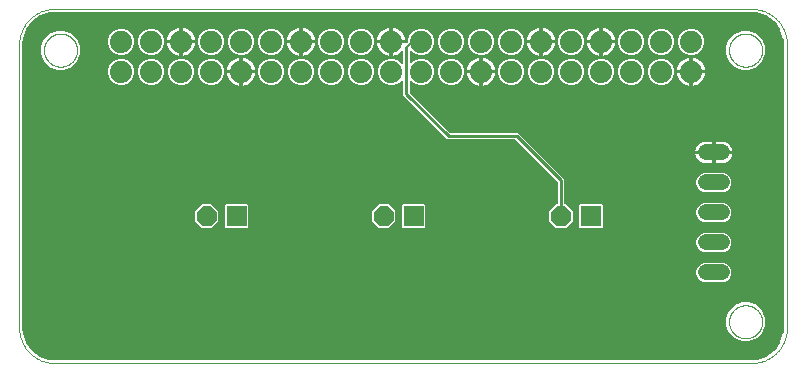
<source format=gbl>
G04 EAGLE Gerber RS-274X export*
G75*
%MOMM*%
%FSLAX34Y34*%
%LPD*%
%INBottom copper*%
%IPPOS*%
%AMOC8*
5,1,8,0,0,1.08239X$1,22.5*%
G01*
%ADD10C,0.000000*%
%ADD11R,1.676400X1.676400*%
%ADD12P,1.814519X8X22.500000*%
%ADD13C,1.320800*%
%ADD14C,1.879600*%
%ADD15C,0.254000*%
%ADD16C,0.203200*%

G36*
X623712Y2956D02*
X623712Y2956D01*
X623750Y2954D01*
X627927Y3283D01*
X627932Y3285D01*
X627938Y3284D01*
X628102Y3318D01*
X636046Y5899D01*
X636078Y5916D01*
X636113Y5924D01*
X636258Y6007D01*
X643016Y10917D01*
X643041Y10943D01*
X643072Y10962D01*
X643185Y11086D01*
X648094Y17843D01*
X648110Y17875D01*
X648133Y17903D01*
X648202Y18055D01*
X650784Y26000D01*
X650785Y26005D01*
X650787Y26010D01*
X650819Y26175D01*
X651147Y30352D01*
X651145Y30374D01*
X651150Y30411D01*
X651150Y270363D01*
X651146Y270384D01*
X651147Y270422D01*
X650819Y274599D01*
X650817Y274604D01*
X650818Y274610D01*
X650784Y274774D01*
X648202Y282718D01*
X648186Y282750D01*
X648177Y282785D01*
X648094Y282931D01*
X643185Y289688D01*
X643159Y289714D01*
X643140Y289744D01*
X643016Y289857D01*
X636258Y294767D01*
X636227Y294783D01*
X636199Y294806D01*
X636046Y294875D01*
X628102Y297456D01*
X628096Y297457D01*
X628091Y297459D01*
X627927Y297491D01*
X623750Y297820D01*
X623728Y297818D01*
X623690Y297822D01*
X33690Y297822D01*
X33669Y297818D01*
X33631Y297820D01*
X29454Y297491D01*
X29449Y297489D01*
X29443Y297490D01*
X29279Y297456D01*
X21334Y294875D01*
X21303Y294858D01*
X21268Y294850D01*
X21122Y294767D01*
X14365Y289857D01*
X14339Y289831D01*
X14309Y289812D01*
X14196Y289688D01*
X9286Y282931D01*
X9270Y282899D01*
X9247Y282871D01*
X9178Y282718D01*
X6597Y274774D01*
X6596Y274769D01*
X6594Y274764D01*
X6562Y274599D01*
X6233Y270422D01*
X6235Y270400D01*
X6231Y270363D01*
X6231Y30411D01*
X6235Y30390D01*
X6233Y30352D01*
X6562Y26175D01*
X6564Y26170D01*
X6563Y26164D01*
X6597Y26000D01*
X9178Y18055D01*
X9195Y18024D01*
X9203Y17989D01*
X9286Y17843D01*
X14196Y11086D01*
X14222Y11060D01*
X14241Y11030D01*
X14365Y10917D01*
X21122Y6007D01*
X21154Y5991D01*
X21182Y5968D01*
X21334Y5899D01*
X29279Y3318D01*
X29284Y3317D01*
X29289Y3315D01*
X29454Y3283D01*
X33631Y2954D01*
X33653Y2956D01*
X33690Y2952D01*
X623690Y2952D01*
X623712Y2956D01*
G37*
%LPC*%
G36*
X458196Y115093D02*
X458196Y115093D01*
X452393Y120896D01*
X452393Y129104D01*
X458196Y134907D01*
X458744Y134907D01*
X458764Y134910D01*
X458783Y134908D01*
X458885Y134930D01*
X458987Y134946D01*
X459004Y134956D01*
X459024Y134960D01*
X459113Y135013D01*
X459204Y135062D01*
X459218Y135076D01*
X459235Y135086D01*
X459302Y135165D01*
X459374Y135240D01*
X459382Y135258D01*
X459395Y135273D01*
X459434Y135369D01*
X459477Y135463D01*
X459479Y135483D01*
X459487Y135501D01*
X459505Y135668D01*
X459505Y153801D01*
X459491Y153891D01*
X459483Y153982D01*
X459471Y154011D01*
X459466Y154043D01*
X459423Y154124D01*
X459387Y154208D01*
X459361Y154240D01*
X459350Y154261D01*
X459327Y154283D01*
X459282Y154339D01*
X423986Y189635D01*
X423912Y189689D01*
X423842Y189748D01*
X423812Y189760D01*
X423786Y189779D01*
X423699Y189806D01*
X423614Y189840D01*
X423573Y189844D01*
X423551Y189851D01*
X423519Y189851D01*
X423447Y189858D01*
X366204Y189858D01*
X328677Y227385D01*
X328677Y239892D01*
X328665Y239963D01*
X328664Y240035D01*
X328646Y240084D01*
X328637Y240135D01*
X328604Y240198D01*
X328579Y240266D01*
X328547Y240306D01*
X328522Y240352D01*
X328470Y240402D01*
X328425Y240458D01*
X328382Y240486D01*
X328344Y240522D01*
X328279Y240552D01*
X328219Y240591D01*
X328168Y240603D01*
X328121Y240625D01*
X328050Y240633D01*
X327980Y240651D01*
X327928Y240647D01*
X327876Y240652D01*
X327806Y240637D01*
X327735Y240632D01*
X327687Y240611D01*
X327636Y240600D01*
X327574Y240563D01*
X327508Y240535D01*
X327452Y240490D01*
X327425Y240474D01*
X327410Y240456D01*
X327378Y240430D01*
X324866Y237919D01*
X320852Y236256D01*
X316506Y236256D01*
X312492Y237919D01*
X309419Y240992D01*
X307756Y245006D01*
X307756Y249351D01*
X309419Y253366D01*
X312492Y256439D01*
X316506Y258102D01*
X320852Y258102D01*
X324866Y256439D01*
X327378Y253927D01*
X327436Y253885D01*
X327488Y253836D01*
X327535Y253814D01*
X327577Y253784D01*
X327646Y253763D01*
X327711Y253732D01*
X327763Y253727D01*
X327812Y253711D01*
X327884Y253713D01*
X327955Y253705D01*
X328006Y253716D01*
X328058Y253718D01*
X328126Y253742D01*
X328196Y253758D01*
X328240Y253784D01*
X328289Y253802D01*
X328345Y253847D01*
X328407Y253884D01*
X328441Y253923D01*
X328481Y253956D01*
X328520Y254016D01*
X328567Y254071D01*
X328586Y254119D01*
X328614Y254163D01*
X328632Y254232D01*
X328659Y254299D01*
X328666Y254370D01*
X328674Y254401D01*
X328673Y254425D01*
X328677Y254465D01*
X328677Y263855D01*
X328665Y263926D01*
X328664Y263998D01*
X328646Y264047D01*
X328637Y264098D01*
X328604Y264161D01*
X328579Y264229D01*
X328547Y264269D01*
X328522Y264315D01*
X328470Y264365D01*
X328425Y264421D01*
X328382Y264449D01*
X328344Y264485D01*
X328279Y264515D01*
X328219Y264554D01*
X328168Y264566D01*
X328121Y264588D01*
X328050Y264596D01*
X327980Y264614D01*
X327928Y264610D01*
X327876Y264616D01*
X327806Y264600D01*
X327735Y264595D01*
X327687Y264574D01*
X327636Y264563D01*
X327574Y264526D01*
X327508Y264498D01*
X327452Y264454D01*
X327425Y264437D01*
X327410Y264419D01*
X327378Y264394D01*
X326457Y263473D01*
X324936Y262368D01*
X323262Y261515D01*
X321474Y260934D01*
X320202Y260733D01*
X320202Y271056D01*
X331139Y271056D01*
X331229Y271070D01*
X331320Y271077D01*
X331350Y271090D01*
X331382Y271095D01*
X331463Y271138D01*
X331546Y271174D01*
X331579Y271199D01*
X331599Y271210D01*
X331621Y271234D01*
X331677Y271279D01*
X332933Y272534D01*
X332986Y272608D01*
X333046Y272678D01*
X333058Y272708D01*
X333077Y272734D01*
X333103Y272821D01*
X333138Y272906D01*
X333142Y272947D01*
X333149Y272969D01*
X333148Y273001D01*
X333156Y273073D01*
X333156Y274751D01*
X334819Y278766D01*
X337892Y281839D01*
X341906Y283502D01*
X346252Y283502D01*
X350266Y281839D01*
X353339Y278766D01*
X355002Y274751D01*
X355002Y270406D01*
X353339Y266392D01*
X350266Y263319D01*
X346252Y261656D01*
X341906Y261656D01*
X337892Y263319D01*
X335566Y265645D01*
X335508Y265686D01*
X335456Y265736D01*
X335409Y265758D01*
X335366Y265788D01*
X335298Y265809D01*
X335233Y265839D01*
X335181Y265845D01*
X335131Y265860D01*
X335059Y265859D01*
X334988Y265866D01*
X334937Y265855D01*
X334885Y265854D01*
X334818Y265829D01*
X334748Y265814D01*
X334703Y265788D01*
X334654Y265770D01*
X334598Y265725D01*
X334537Y265688D01*
X334503Y265648D01*
X334462Y265616D01*
X334424Y265556D01*
X334377Y265501D01*
X334357Y265453D01*
X334329Y265409D01*
X334312Y265340D01*
X334285Y265273D01*
X334277Y265202D01*
X334269Y265170D01*
X334271Y265147D01*
X334267Y265106D01*
X334267Y254651D01*
X334278Y254581D01*
X334280Y254509D01*
X334298Y254460D01*
X334306Y254409D01*
X334340Y254345D01*
X334364Y254278D01*
X334397Y254237D01*
X334421Y254191D01*
X334473Y254142D01*
X334518Y254086D01*
X334562Y254058D01*
X334600Y254022D01*
X334665Y253992D01*
X334725Y253953D01*
X334776Y253940D01*
X334823Y253918D01*
X334894Y253910D01*
X334964Y253893D01*
X335015Y253897D01*
X335067Y253891D01*
X335137Y253906D01*
X335209Y253912D01*
X335257Y253932D01*
X335308Y253943D01*
X335369Y253980D01*
X335435Y254008D01*
X335491Y254053D01*
X335519Y254070D01*
X335534Y254087D01*
X335566Y254113D01*
X337892Y256439D01*
X341906Y258102D01*
X346252Y258102D01*
X350266Y256439D01*
X353339Y253366D01*
X355002Y249351D01*
X355002Y245006D01*
X353339Y240992D01*
X350266Y237919D01*
X346252Y236256D01*
X341906Y236256D01*
X337892Y237919D01*
X335566Y240245D01*
X335508Y240286D01*
X335456Y240336D01*
X335436Y240345D01*
X335428Y240352D01*
X335403Y240362D01*
X335366Y240388D01*
X335298Y240409D01*
X335233Y240439D01*
X335202Y240443D01*
X335200Y240444D01*
X335178Y240446D01*
X335131Y240460D01*
X335064Y240459D01*
X335033Y240462D01*
X335028Y240462D01*
X334988Y240466D01*
X334937Y240455D01*
X334885Y240454D01*
X334818Y240429D01*
X334786Y240423D01*
X334785Y240422D01*
X334748Y240414D01*
X334703Y240388D01*
X334654Y240370D01*
X334598Y240325D01*
X334580Y240314D01*
X334568Y240307D01*
X334566Y240305D01*
X334537Y240288D01*
X334503Y240248D01*
X334462Y240216D01*
X334424Y240156D01*
X334423Y240155D01*
X334398Y240129D01*
X334395Y240123D01*
X334377Y240101D01*
X334357Y240053D01*
X334329Y240009D01*
X334314Y239947D01*
X334295Y239906D01*
X334293Y239894D01*
X334285Y239873D01*
X334277Y239802D01*
X334269Y239770D01*
X334271Y239747D01*
X334267Y239706D01*
X334267Y230016D01*
X334281Y229926D01*
X334288Y229835D01*
X334301Y229805D01*
X334306Y229773D01*
X334349Y229692D01*
X334385Y229608D01*
X334410Y229576D01*
X334421Y229556D01*
X334445Y229533D01*
X334489Y229478D01*
X368296Y195671D01*
X368370Y195618D01*
X368440Y195558D01*
X368470Y195546D01*
X368496Y195527D01*
X368583Y195501D01*
X368668Y195466D01*
X368709Y195462D01*
X368731Y195455D01*
X368763Y195456D01*
X368834Y195448D01*
X426078Y195448D01*
X465095Y156431D01*
X465095Y135668D01*
X465098Y135648D01*
X465096Y135629D01*
X465118Y135527D01*
X465134Y135425D01*
X465144Y135408D01*
X465148Y135388D01*
X465201Y135299D01*
X465250Y135208D01*
X465264Y135194D01*
X465274Y135177D01*
X465353Y135110D01*
X465428Y135038D01*
X465446Y135030D01*
X465461Y135017D01*
X465557Y134978D01*
X465651Y134935D01*
X465671Y134933D01*
X465689Y134925D01*
X465856Y134907D01*
X466404Y134907D01*
X472207Y129104D01*
X472207Y120896D01*
X466404Y115093D01*
X458196Y115093D01*
G37*
%LPD*%
%LPC*%
G36*
X615400Y248822D02*
X615400Y248822D01*
X609321Y251340D01*
X604668Y255993D01*
X602150Y262072D01*
X602150Y268653D01*
X604668Y274732D01*
X609321Y279385D01*
X615400Y281903D01*
X621981Y281903D01*
X628060Y279385D01*
X632713Y274732D01*
X635231Y268653D01*
X635231Y262072D01*
X632713Y255993D01*
X628060Y251340D01*
X621981Y248822D01*
X615400Y248822D01*
G37*
%LPD*%
%LPC*%
G36*
X35400Y248822D02*
X35400Y248822D01*
X29321Y251340D01*
X24668Y255993D01*
X22150Y262072D01*
X22150Y268653D01*
X24668Y274732D01*
X29321Y279385D01*
X35400Y281903D01*
X41981Y281903D01*
X48060Y279385D01*
X52713Y274732D01*
X55231Y268653D01*
X55231Y262072D01*
X52713Y255993D01*
X48060Y251340D01*
X41981Y248822D01*
X35400Y248822D01*
G37*
%LPD*%
%LPC*%
G36*
X615400Y18871D02*
X615400Y18871D01*
X609321Y21389D01*
X604668Y26042D01*
X602150Y32121D01*
X602150Y38702D01*
X604668Y44781D01*
X609321Y49434D01*
X615400Y51952D01*
X621981Y51952D01*
X628060Y49434D01*
X632713Y44781D01*
X635231Y38702D01*
X635231Y32121D01*
X632713Y26042D01*
X628060Y21389D01*
X621981Y18871D01*
X615400Y18871D01*
G37*
%LPD*%
%LPC*%
G36*
X583620Y119855D02*
X583620Y119855D01*
X580633Y121093D01*
X578346Y123379D01*
X577109Y126367D01*
X577109Y129601D01*
X578346Y132589D01*
X580633Y134875D01*
X583620Y136113D01*
X600062Y136113D01*
X603050Y134875D01*
X605337Y132589D01*
X606574Y129601D01*
X606574Y126367D01*
X605337Y123379D01*
X603050Y121093D01*
X600062Y119855D01*
X583620Y119855D01*
G37*
%LPD*%
%LPC*%
G36*
X583620Y145255D02*
X583620Y145255D01*
X580633Y146493D01*
X578346Y148779D01*
X577109Y151767D01*
X577109Y155001D01*
X578346Y157989D01*
X580633Y160275D01*
X583620Y161513D01*
X600062Y161513D01*
X603050Y160275D01*
X605337Y157989D01*
X606574Y155001D01*
X606574Y151767D01*
X605337Y148779D01*
X603050Y146493D01*
X600062Y145255D01*
X583620Y145255D01*
G37*
%LPD*%
%LPC*%
G36*
X583620Y94455D02*
X583620Y94455D01*
X580633Y95693D01*
X578346Y97979D01*
X577109Y100967D01*
X577109Y104201D01*
X578346Y107189D01*
X580633Y109475D01*
X583620Y110713D01*
X600062Y110713D01*
X603050Y109475D01*
X605337Y107189D01*
X606574Y104201D01*
X606574Y100967D01*
X605337Y97979D01*
X603050Y95693D01*
X600062Y94455D01*
X583620Y94455D01*
G37*
%LPD*%
%LPC*%
G36*
X583620Y69055D02*
X583620Y69055D01*
X580633Y70293D01*
X578346Y72579D01*
X577109Y75567D01*
X577109Y78801D01*
X578346Y81789D01*
X580633Y84075D01*
X583620Y85313D01*
X600062Y85313D01*
X603050Y84075D01*
X605337Y81789D01*
X606574Y78801D01*
X606574Y75567D01*
X605337Y72579D01*
X603050Y70293D01*
X600062Y69055D01*
X583620Y69055D01*
G37*
%LPD*%
%LPC*%
G36*
X178686Y115093D02*
X178686Y115093D01*
X177793Y115986D01*
X177793Y134014D01*
X178686Y134907D01*
X196714Y134907D01*
X197607Y134014D01*
X197607Y115986D01*
X196714Y115093D01*
X178686Y115093D01*
G37*
%LPD*%
%LPC*%
G36*
X328686Y115093D02*
X328686Y115093D01*
X327793Y115986D01*
X327793Y134014D01*
X328686Y134907D01*
X346714Y134907D01*
X347607Y134014D01*
X347607Y115986D01*
X346714Y115093D01*
X328686Y115093D01*
G37*
%LPD*%
%LPC*%
G36*
X478686Y115093D02*
X478686Y115093D01*
X477793Y115986D01*
X477793Y134014D01*
X478686Y134907D01*
X496714Y134907D01*
X497607Y134014D01*
X497607Y115986D01*
X496714Y115093D01*
X478686Y115093D01*
G37*
%LPD*%
%LPC*%
G36*
X418106Y236256D02*
X418106Y236256D01*
X414092Y237919D01*
X411019Y240992D01*
X409356Y245006D01*
X409356Y249351D01*
X411019Y253366D01*
X414092Y256439D01*
X418106Y258102D01*
X422452Y258102D01*
X426466Y256439D01*
X429539Y253366D01*
X431202Y249351D01*
X431202Y245006D01*
X429539Y240992D01*
X426466Y237919D01*
X422452Y236256D01*
X418106Y236256D01*
G37*
%LPD*%
%LPC*%
G36*
X468906Y236256D02*
X468906Y236256D01*
X464892Y237919D01*
X461819Y240992D01*
X460156Y245006D01*
X460156Y249351D01*
X461819Y253366D01*
X464892Y256439D01*
X468906Y258102D01*
X473252Y258102D01*
X477266Y256439D01*
X480339Y253366D01*
X482002Y249351D01*
X482002Y245006D01*
X480339Y240992D01*
X477266Y237919D01*
X473252Y236256D01*
X468906Y236256D01*
G37*
%LPD*%
%LPC*%
G36*
X87906Y236256D02*
X87906Y236256D01*
X83892Y237919D01*
X80819Y240992D01*
X79156Y245006D01*
X79156Y249351D01*
X80819Y253366D01*
X83892Y256439D01*
X87906Y258102D01*
X92252Y258102D01*
X96266Y256439D01*
X99339Y253366D01*
X101002Y249351D01*
X101002Y245006D01*
X99339Y240992D01*
X96266Y237919D01*
X92252Y236256D01*
X87906Y236256D01*
G37*
%LPD*%
%LPC*%
G36*
X113306Y236256D02*
X113306Y236256D01*
X109292Y237919D01*
X106219Y240992D01*
X104556Y245006D01*
X104556Y249351D01*
X106219Y253366D01*
X109292Y256439D01*
X113306Y258102D01*
X117652Y258102D01*
X121666Y256439D01*
X124739Y253366D01*
X126402Y249351D01*
X126402Y245006D01*
X124739Y240992D01*
X121666Y237919D01*
X117652Y236256D01*
X113306Y236256D01*
G37*
%LPD*%
%LPC*%
G36*
X138706Y236256D02*
X138706Y236256D01*
X134692Y237919D01*
X131619Y240992D01*
X129956Y245006D01*
X129956Y249351D01*
X131619Y253366D01*
X134692Y256439D01*
X138706Y258102D01*
X143052Y258102D01*
X147066Y256439D01*
X150139Y253366D01*
X151802Y249351D01*
X151802Y245006D01*
X150139Y240992D01*
X147066Y237919D01*
X143052Y236256D01*
X138706Y236256D01*
G37*
%LPD*%
%LPC*%
G36*
X214906Y236256D02*
X214906Y236256D01*
X210892Y237919D01*
X207819Y240992D01*
X206156Y245006D01*
X206156Y249351D01*
X207819Y253366D01*
X210892Y256439D01*
X214906Y258102D01*
X219252Y258102D01*
X223266Y256439D01*
X226339Y253366D01*
X228002Y249351D01*
X228002Y245006D01*
X226339Y240992D01*
X223266Y237919D01*
X219252Y236256D01*
X214906Y236256D01*
G37*
%LPD*%
%LPC*%
G36*
X240306Y236256D02*
X240306Y236256D01*
X236292Y237919D01*
X233219Y240992D01*
X231556Y245006D01*
X231556Y249351D01*
X233219Y253366D01*
X236292Y256439D01*
X240306Y258102D01*
X244652Y258102D01*
X248666Y256439D01*
X251739Y253366D01*
X253402Y249351D01*
X253402Y245006D01*
X251739Y240992D01*
X248666Y237919D01*
X244652Y236256D01*
X240306Y236256D01*
G37*
%LPD*%
%LPC*%
G36*
X291106Y236256D02*
X291106Y236256D01*
X287092Y237919D01*
X284019Y240992D01*
X282356Y245006D01*
X282356Y249351D01*
X284019Y253366D01*
X287092Y256439D01*
X291106Y258102D01*
X295452Y258102D01*
X299466Y256439D01*
X302539Y253366D01*
X304202Y249351D01*
X304202Y245006D01*
X302539Y240992D01*
X299466Y237919D01*
X295452Y236256D01*
X291106Y236256D01*
G37*
%LPD*%
%LPC*%
G36*
X367306Y236256D02*
X367306Y236256D01*
X363292Y237919D01*
X360219Y240992D01*
X358556Y245006D01*
X358556Y249351D01*
X360219Y253366D01*
X363292Y256439D01*
X367306Y258102D01*
X371652Y258102D01*
X375666Y256439D01*
X378739Y253366D01*
X380402Y249351D01*
X380402Y245006D01*
X378739Y240992D01*
X375666Y237919D01*
X371652Y236256D01*
X367306Y236256D01*
G37*
%LPD*%
%LPC*%
G36*
X164106Y236256D02*
X164106Y236256D01*
X160092Y237919D01*
X157019Y240992D01*
X155356Y245006D01*
X155356Y249351D01*
X157019Y253366D01*
X160092Y256439D01*
X164106Y258102D01*
X168452Y258102D01*
X172466Y256439D01*
X175539Y253366D01*
X177202Y249351D01*
X177202Y245006D01*
X175539Y240992D01*
X172466Y237919D01*
X168452Y236256D01*
X164106Y236256D01*
G37*
%LPD*%
%LPC*%
G36*
X265706Y236256D02*
X265706Y236256D01*
X261692Y237919D01*
X258619Y240992D01*
X256956Y245006D01*
X256956Y249351D01*
X258619Y253366D01*
X261692Y256439D01*
X265706Y258102D01*
X270052Y258102D01*
X274066Y256439D01*
X277139Y253366D01*
X278802Y249351D01*
X278802Y245006D01*
X277139Y240992D01*
X274066Y237919D01*
X270052Y236256D01*
X265706Y236256D01*
G37*
%LPD*%
%LPC*%
G36*
X494306Y236256D02*
X494306Y236256D01*
X490292Y237919D01*
X487219Y240992D01*
X485556Y245006D01*
X485556Y249351D01*
X487219Y253366D01*
X490292Y256439D01*
X494306Y258102D01*
X498652Y258102D01*
X502666Y256439D01*
X505739Y253366D01*
X507402Y249351D01*
X507402Y245006D01*
X505739Y240992D01*
X502666Y237919D01*
X498652Y236256D01*
X494306Y236256D01*
G37*
%LPD*%
%LPC*%
G36*
X519706Y236256D02*
X519706Y236256D01*
X515692Y237919D01*
X512619Y240992D01*
X510956Y245006D01*
X510956Y249351D01*
X512619Y253366D01*
X515692Y256439D01*
X519706Y258102D01*
X524052Y258102D01*
X528066Y256439D01*
X531139Y253366D01*
X532802Y249351D01*
X532802Y245006D01*
X531139Y240992D01*
X528066Y237919D01*
X524052Y236256D01*
X519706Y236256D01*
G37*
%LPD*%
%LPC*%
G36*
X545106Y236256D02*
X545106Y236256D01*
X541092Y237919D01*
X538019Y240992D01*
X536356Y245006D01*
X536356Y249351D01*
X538019Y253366D01*
X541092Y256439D01*
X545106Y258102D01*
X549452Y258102D01*
X553466Y256439D01*
X556539Y253366D01*
X558202Y249351D01*
X558202Y245006D01*
X556539Y240992D01*
X553466Y237919D01*
X549452Y236256D01*
X545106Y236256D01*
G37*
%LPD*%
%LPC*%
G36*
X443506Y236256D02*
X443506Y236256D01*
X439492Y237919D01*
X436419Y240992D01*
X434756Y245006D01*
X434756Y249351D01*
X436419Y253366D01*
X439492Y256439D01*
X443506Y258102D01*
X447852Y258102D01*
X451866Y256439D01*
X454939Y253366D01*
X456602Y249351D01*
X456602Y245006D01*
X454939Y240992D01*
X451866Y237919D01*
X447852Y236256D01*
X443506Y236256D01*
G37*
%LPD*%
%LPC*%
G36*
X113306Y261656D02*
X113306Y261656D01*
X109292Y263319D01*
X106219Y266392D01*
X104556Y270406D01*
X104556Y274751D01*
X106219Y278766D01*
X109292Y281839D01*
X113306Y283502D01*
X117652Y283502D01*
X121666Y281839D01*
X124739Y278766D01*
X126402Y274751D01*
X126402Y270406D01*
X124739Y266392D01*
X121666Y263319D01*
X117652Y261656D01*
X113306Y261656D01*
G37*
%LPD*%
%LPC*%
G36*
X214906Y261656D02*
X214906Y261656D01*
X210892Y263319D01*
X207819Y266392D01*
X206156Y270406D01*
X206156Y274751D01*
X207819Y278766D01*
X210892Y281839D01*
X214906Y283502D01*
X219252Y283502D01*
X223266Y281839D01*
X226339Y278766D01*
X228002Y274751D01*
X228002Y270406D01*
X226339Y266392D01*
X223266Y263319D01*
X219252Y261656D01*
X214906Y261656D01*
G37*
%LPD*%
%LPC*%
G36*
X469006Y261656D02*
X469006Y261656D01*
X464992Y263319D01*
X461919Y266392D01*
X460256Y270406D01*
X460256Y274751D01*
X461919Y278766D01*
X464992Y281839D01*
X469006Y283502D01*
X473352Y283502D01*
X477366Y281839D01*
X480439Y278766D01*
X482102Y274751D01*
X482102Y270406D01*
X480439Y266392D01*
X477366Y263319D01*
X473352Y261656D01*
X469006Y261656D01*
G37*
%LPD*%
%LPC*%
G36*
X519706Y261656D02*
X519706Y261656D01*
X515692Y263319D01*
X512619Y266392D01*
X510956Y270406D01*
X510956Y274751D01*
X512619Y278766D01*
X515692Y281839D01*
X519706Y283502D01*
X524052Y283502D01*
X528066Y281839D01*
X531139Y278766D01*
X532802Y274751D01*
X532802Y270406D01*
X531139Y266392D01*
X528066Y263319D01*
X524052Y261656D01*
X519706Y261656D01*
G37*
%LPD*%
%LPC*%
G36*
X189506Y261656D02*
X189506Y261656D01*
X185492Y263319D01*
X182419Y266392D01*
X180756Y270406D01*
X180756Y274751D01*
X182419Y278766D01*
X185492Y281839D01*
X189506Y283502D01*
X193852Y283502D01*
X197866Y281839D01*
X200939Y278766D01*
X202602Y274751D01*
X202602Y270406D01*
X200939Y266392D01*
X197866Y263319D01*
X193852Y261656D01*
X189506Y261656D01*
G37*
%LPD*%
%LPC*%
G36*
X418106Y261656D02*
X418106Y261656D01*
X414092Y263319D01*
X411019Y266392D01*
X409356Y270406D01*
X409356Y274751D01*
X411019Y278766D01*
X414092Y281839D01*
X418106Y283502D01*
X422452Y283502D01*
X426466Y281839D01*
X429539Y278766D01*
X431202Y274751D01*
X431202Y270406D01*
X429539Y266392D01*
X426466Y263319D01*
X422452Y261656D01*
X418106Y261656D01*
G37*
%LPD*%
%LPC*%
G36*
X545106Y261656D02*
X545106Y261656D01*
X541092Y263319D01*
X538019Y266392D01*
X536356Y270406D01*
X536356Y274751D01*
X538019Y278766D01*
X541092Y281839D01*
X545106Y283502D01*
X549452Y283502D01*
X553466Y281839D01*
X556539Y278766D01*
X558202Y274751D01*
X558202Y270406D01*
X556539Y266392D01*
X553466Y263319D01*
X549452Y261656D01*
X545106Y261656D01*
G37*
%LPD*%
%LPC*%
G36*
X570506Y261656D02*
X570506Y261656D01*
X566492Y263319D01*
X563419Y266392D01*
X561756Y270406D01*
X561756Y274751D01*
X563419Y278766D01*
X566492Y281839D01*
X570506Y283502D01*
X574852Y283502D01*
X578866Y281839D01*
X581939Y278766D01*
X583602Y274751D01*
X583602Y270406D01*
X581939Y266392D01*
X578866Y263319D01*
X574852Y261656D01*
X570506Y261656D01*
G37*
%LPD*%
%LPC*%
G36*
X291106Y261656D02*
X291106Y261656D01*
X287092Y263319D01*
X284019Y266392D01*
X282356Y270406D01*
X282356Y274751D01*
X284019Y278766D01*
X287092Y281839D01*
X291106Y283502D01*
X295452Y283502D01*
X299466Y281839D01*
X302539Y278766D01*
X304202Y274751D01*
X304202Y270406D01*
X302539Y266392D01*
X299466Y263319D01*
X295452Y261656D01*
X291106Y261656D01*
G37*
%LPD*%
%LPC*%
G36*
X265706Y261656D02*
X265706Y261656D01*
X261692Y263319D01*
X258619Y266392D01*
X256956Y270406D01*
X256956Y274751D01*
X258619Y278766D01*
X261692Y281839D01*
X265706Y283502D01*
X270052Y283502D01*
X274066Y281839D01*
X277139Y278766D01*
X278802Y274751D01*
X278802Y270406D01*
X277139Y266392D01*
X274066Y263319D01*
X270052Y261656D01*
X265706Y261656D01*
G37*
%LPD*%
%LPC*%
G36*
X392706Y261656D02*
X392706Y261656D01*
X388692Y263319D01*
X385619Y266392D01*
X383956Y270406D01*
X383956Y274751D01*
X385619Y278766D01*
X388692Y281839D01*
X392706Y283502D01*
X397052Y283502D01*
X401066Y281839D01*
X404139Y278766D01*
X405802Y274751D01*
X405802Y270406D01*
X404139Y266392D01*
X401066Y263319D01*
X397052Y261656D01*
X392706Y261656D01*
G37*
%LPD*%
%LPC*%
G36*
X367306Y261656D02*
X367306Y261656D01*
X363292Y263319D01*
X360219Y266392D01*
X358556Y270406D01*
X358556Y274751D01*
X360219Y278766D01*
X363292Y281839D01*
X367306Y283502D01*
X371652Y283502D01*
X375666Y281839D01*
X378739Y278766D01*
X380402Y274751D01*
X380402Y270406D01*
X378739Y266392D01*
X375666Y263319D01*
X371652Y261656D01*
X367306Y261656D01*
G37*
%LPD*%
%LPC*%
G36*
X87906Y261656D02*
X87906Y261656D01*
X83892Y263319D01*
X80819Y266392D01*
X79156Y270406D01*
X79156Y274751D01*
X80819Y278766D01*
X83892Y281839D01*
X87906Y283502D01*
X92252Y283502D01*
X96266Y281839D01*
X99339Y278766D01*
X101002Y274751D01*
X101002Y270406D01*
X99339Y266392D01*
X96266Y263319D01*
X92252Y261656D01*
X87906Y261656D01*
G37*
%LPD*%
%LPC*%
G36*
X164106Y261656D02*
X164106Y261656D01*
X160092Y263319D01*
X157019Y266392D01*
X155356Y270406D01*
X155356Y274751D01*
X157019Y278766D01*
X160092Y281839D01*
X164106Y283502D01*
X168452Y283502D01*
X172466Y281839D01*
X175539Y278766D01*
X177202Y274751D01*
X177202Y270406D01*
X175539Y266392D01*
X172466Y263319D01*
X168452Y261656D01*
X164106Y261656D01*
G37*
%LPD*%
%LPC*%
G36*
X308196Y115093D02*
X308196Y115093D01*
X302393Y120896D01*
X302393Y129104D01*
X308196Y134907D01*
X316404Y134907D01*
X322207Y129104D01*
X322207Y120896D01*
X316404Y115093D01*
X308196Y115093D01*
G37*
%LPD*%
%LPC*%
G36*
X158196Y115093D02*
X158196Y115093D01*
X152393Y120896D01*
X152393Y129104D01*
X158196Y134907D01*
X166404Y134907D01*
X172207Y129104D01*
X172207Y120896D01*
X166404Y115093D01*
X158196Y115093D01*
G37*
%LPD*%
%LPC*%
G36*
X593365Y180307D02*
X593365Y180307D01*
X593365Y187929D01*
X599346Y187929D01*
X601113Y187577D01*
X602777Y186888D01*
X604275Y185887D01*
X605548Y184614D01*
X606549Y183116D01*
X607239Y181451D01*
X607466Y180307D01*
X593365Y180307D01*
G37*
%LPD*%
%LPC*%
G36*
X576216Y180307D02*
X576216Y180307D01*
X576444Y181451D01*
X577133Y183116D01*
X578134Y184614D01*
X579408Y185887D01*
X580906Y186888D01*
X582570Y187577D01*
X584337Y187929D01*
X590318Y187929D01*
X590318Y180307D01*
X576216Y180307D01*
G37*
%LPD*%
%LPC*%
G36*
X593365Y169639D02*
X593365Y169639D01*
X593365Y177261D01*
X607466Y177261D01*
X607239Y176117D01*
X606549Y174452D01*
X605548Y172954D01*
X604275Y171681D01*
X602777Y170680D01*
X601113Y169991D01*
X599346Y169639D01*
X593365Y169639D01*
G37*
%LPD*%
%LPC*%
G36*
X584337Y169639D02*
X584337Y169639D01*
X582570Y169991D01*
X580906Y170680D01*
X579408Y171681D01*
X578134Y172954D01*
X577133Y174452D01*
X576444Y176117D01*
X576216Y177261D01*
X590318Y177261D01*
X590318Y169639D01*
X584337Y169639D01*
G37*
%LPD*%
%LPC*%
G36*
X244002Y274102D02*
X244002Y274102D01*
X244002Y284425D01*
X245274Y284224D01*
X247062Y283643D01*
X248736Y282790D01*
X250257Y281685D01*
X251585Y280356D01*
X252690Y278836D01*
X253543Y277162D01*
X254124Y275374D01*
X254325Y274102D01*
X244002Y274102D01*
G37*
%LPD*%
%LPC*%
G36*
X574202Y248702D02*
X574202Y248702D01*
X574202Y259025D01*
X575474Y258824D01*
X577262Y258243D01*
X578936Y257390D01*
X580457Y256285D01*
X581785Y254956D01*
X582890Y253436D01*
X583743Y251762D01*
X584324Y249974D01*
X584525Y248702D01*
X574202Y248702D01*
G37*
%LPD*%
%LPC*%
G36*
X320202Y274102D02*
X320202Y274102D01*
X320202Y284425D01*
X321474Y284224D01*
X323262Y283643D01*
X324936Y282790D01*
X326457Y281685D01*
X327785Y280356D01*
X328890Y278836D01*
X329743Y277162D01*
X330324Y275374D01*
X330525Y274102D01*
X320202Y274102D01*
G37*
%LPD*%
%LPC*%
G36*
X447202Y274102D02*
X447202Y274102D01*
X447202Y284425D01*
X448474Y284224D01*
X450262Y283643D01*
X451936Y282790D01*
X453457Y281685D01*
X454785Y280356D01*
X455890Y278836D01*
X456743Y277162D01*
X457324Y275374D01*
X457525Y274102D01*
X447202Y274102D01*
G37*
%LPD*%
%LPC*%
G36*
X498002Y274102D02*
X498002Y274102D01*
X498002Y284425D01*
X499274Y284224D01*
X501062Y283643D01*
X502736Y282790D01*
X504257Y281685D01*
X505585Y280356D01*
X506690Y278836D01*
X507543Y277162D01*
X508124Y275374D01*
X508325Y274102D01*
X498002Y274102D01*
G37*
%LPD*%
%LPC*%
G36*
X142402Y274102D02*
X142402Y274102D01*
X142402Y284425D01*
X143674Y284224D01*
X145462Y283643D01*
X147136Y282790D01*
X148657Y281685D01*
X149985Y280356D01*
X151090Y278836D01*
X151943Y277162D01*
X152524Y275374D01*
X152725Y274102D01*
X142402Y274102D01*
G37*
%LPD*%
%LPC*%
G36*
X396402Y248702D02*
X396402Y248702D01*
X396402Y259025D01*
X397674Y258824D01*
X399462Y258243D01*
X401136Y257390D01*
X402657Y256285D01*
X403985Y254956D01*
X405090Y253436D01*
X405943Y251762D01*
X406524Y249974D01*
X406725Y248702D01*
X396402Y248702D01*
G37*
%LPD*%
%LPC*%
G36*
X193202Y248702D02*
X193202Y248702D01*
X193202Y259025D01*
X194474Y258824D01*
X196262Y258243D01*
X197936Y257390D01*
X199457Y256285D01*
X200785Y254956D01*
X201890Y253436D01*
X202743Y251762D01*
X203324Y249974D01*
X203525Y248702D01*
X193202Y248702D01*
G37*
%LPD*%
%LPC*%
G36*
X193202Y245656D02*
X193202Y245656D01*
X203525Y245656D01*
X203324Y244383D01*
X202743Y242596D01*
X201890Y240922D01*
X200785Y239401D01*
X199457Y238073D01*
X197936Y236968D01*
X196262Y236115D01*
X194474Y235534D01*
X193202Y235333D01*
X193202Y245656D01*
G37*
%LPD*%
%LPC*%
G36*
X484633Y274102D02*
X484633Y274102D01*
X484834Y275374D01*
X485415Y277162D01*
X486268Y278836D01*
X487373Y280356D01*
X488701Y281685D01*
X490222Y282790D01*
X491896Y283643D01*
X493683Y284224D01*
X494956Y284425D01*
X494956Y274102D01*
X484633Y274102D01*
G37*
%LPD*%
%LPC*%
G36*
X433833Y274102D02*
X433833Y274102D01*
X434034Y275374D01*
X434615Y277162D01*
X435468Y278836D01*
X436573Y280356D01*
X437901Y281685D01*
X439422Y282790D01*
X441096Y283643D01*
X442883Y284224D01*
X444156Y284425D01*
X444156Y274102D01*
X433833Y274102D01*
G37*
%LPD*%
%LPC*%
G36*
X129033Y274102D02*
X129033Y274102D01*
X129234Y275374D01*
X129815Y277162D01*
X130668Y278836D01*
X131773Y280356D01*
X133101Y281685D01*
X134622Y282790D01*
X136296Y283643D01*
X138083Y284224D01*
X139356Y284425D01*
X139356Y274102D01*
X129033Y274102D01*
G37*
%LPD*%
%LPC*%
G36*
X230633Y274102D02*
X230633Y274102D01*
X230834Y275374D01*
X231415Y277162D01*
X232268Y278836D01*
X233373Y280356D01*
X234701Y281685D01*
X236222Y282790D01*
X237896Y283643D01*
X239683Y284224D01*
X240956Y284425D01*
X240956Y274102D01*
X230633Y274102D01*
G37*
%LPD*%
%LPC*%
G36*
X179833Y248702D02*
X179833Y248702D01*
X180034Y249974D01*
X180615Y251762D01*
X181468Y253436D01*
X182573Y254956D01*
X183901Y256285D01*
X185422Y257390D01*
X187096Y258243D01*
X188883Y258824D01*
X190156Y259025D01*
X190156Y248702D01*
X179833Y248702D01*
G37*
%LPD*%
%LPC*%
G36*
X306833Y274102D02*
X306833Y274102D01*
X307034Y275374D01*
X307615Y277162D01*
X308468Y278836D01*
X309573Y280356D01*
X310901Y281685D01*
X312422Y282790D01*
X314096Y283643D01*
X315883Y284224D01*
X317156Y284425D01*
X317156Y274102D01*
X306833Y274102D01*
G37*
%LPD*%
%LPC*%
G36*
X560833Y248702D02*
X560833Y248702D01*
X561034Y249974D01*
X561615Y251762D01*
X562468Y253436D01*
X563573Y254956D01*
X564901Y256285D01*
X566422Y257390D01*
X568096Y258243D01*
X569883Y258824D01*
X571156Y259025D01*
X571156Y248702D01*
X560833Y248702D01*
G37*
%LPD*%
%LPC*%
G36*
X383033Y248702D02*
X383033Y248702D01*
X383234Y249974D01*
X383815Y251762D01*
X384668Y253436D01*
X385773Y254956D01*
X387101Y256285D01*
X388622Y257390D01*
X390296Y258243D01*
X392083Y258824D01*
X393356Y259025D01*
X393356Y248702D01*
X383033Y248702D01*
G37*
%LPD*%
%LPC*%
G36*
X396402Y245656D02*
X396402Y245656D01*
X406725Y245656D01*
X406524Y244383D01*
X405943Y242596D01*
X405090Y240922D01*
X403985Y239401D01*
X402657Y238073D01*
X401136Y236968D01*
X399462Y236115D01*
X397674Y235534D01*
X396402Y235333D01*
X396402Y245656D01*
G37*
%LPD*%
%LPC*%
G36*
X574202Y245656D02*
X574202Y245656D01*
X584525Y245656D01*
X584324Y244383D01*
X583743Y242596D01*
X582890Y240922D01*
X581785Y239401D01*
X580457Y238073D01*
X578936Y236968D01*
X577262Y236115D01*
X575474Y235534D01*
X574202Y235333D01*
X574202Y245656D01*
G37*
%LPD*%
%LPC*%
G36*
X447202Y271056D02*
X447202Y271056D01*
X457525Y271056D01*
X457324Y269783D01*
X456743Y267996D01*
X455890Y266322D01*
X454785Y264801D01*
X453457Y263473D01*
X451936Y262368D01*
X450262Y261515D01*
X448474Y260934D01*
X447202Y260733D01*
X447202Y271056D01*
G37*
%LPD*%
%LPC*%
G36*
X142402Y271056D02*
X142402Y271056D01*
X152725Y271056D01*
X152524Y269783D01*
X151943Y267996D01*
X151090Y266322D01*
X149985Y264801D01*
X148657Y263473D01*
X147136Y262368D01*
X145462Y261515D01*
X143674Y260934D01*
X142402Y260733D01*
X142402Y271056D01*
G37*
%LPD*%
%LPC*%
G36*
X498002Y271056D02*
X498002Y271056D01*
X508325Y271056D01*
X508124Y269783D01*
X507543Y267996D01*
X506690Y266322D01*
X505585Y264801D01*
X504257Y263473D01*
X502736Y262368D01*
X501062Y261515D01*
X499274Y260934D01*
X498002Y260733D01*
X498002Y271056D01*
G37*
%LPD*%
%LPC*%
G36*
X244002Y271056D02*
X244002Y271056D01*
X254325Y271056D01*
X254124Y269783D01*
X253543Y267996D01*
X252690Y266322D01*
X251585Y264801D01*
X250257Y263473D01*
X248736Y262368D01*
X247062Y261515D01*
X245274Y260934D01*
X244002Y260733D01*
X244002Y271056D01*
G37*
%LPD*%
%LPC*%
G36*
X392083Y235534D02*
X392083Y235534D01*
X390296Y236115D01*
X388622Y236968D01*
X387101Y238073D01*
X385773Y239401D01*
X384668Y240922D01*
X383815Y242596D01*
X383234Y244383D01*
X383033Y245656D01*
X393356Y245656D01*
X393356Y235333D01*
X392083Y235534D01*
G37*
%LPD*%
%LPC*%
G36*
X239683Y260934D02*
X239683Y260934D01*
X237896Y261515D01*
X236222Y262368D01*
X234701Y263473D01*
X233373Y264801D01*
X232268Y266322D01*
X231415Y267996D01*
X230834Y269783D01*
X230633Y271056D01*
X240956Y271056D01*
X240956Y260733D01*
X239683Y260934D01*
G37*
%LPD*%
%LPC*%
G36*
X138083Y260934D02*
X138083Y260934D01*
X136296Y261515D01*
X134622Y262368D01*
X133101Y263473D01*
X131773Y264801D01*
X130668Y266322D01*
X129815Y267996D01*
X129234Y269783D01*
X129033Y271056D01*
X139356Y271056D01*
X139356Y260733D01*
X138083Y260934D01*
G37*
%LPD*%
%LPC*%
G36*
X493683Y260934D02*
X493683Y260934D01*
X491896Y261515D01*
X490222Y262368D01*
X488701Y263473D01*
X487373Y264801D01*
X486268Y266322D01*
X485415Y267996D01*
X484834Y269783D01*
X484633Y271056D01*
X494956Y271056D01*
X494956Y260733D01*
X493683Y260934D01*
G37*
%LPD*%
%LPC*%
G36*
X442883Y260934D02*
X442883Y260934D01*
X441096Y261515D01*
X439422Y262368D01*
X437901Y263473D01*
X436573Y264801D01*
X435468Y266322D01*
X434615Y267996D01*
X434034Y269783D01*
X433833Y271056D01*
X444156Y271056D01*
X444156Y260733D01*
X442883Y260934D01*
G37*
%LPD*%
%LPC*%
G36*
X315883Y260934D02*
X315883Y260934D01*
X314096Y261515D01*
X312422Y262368D01*
X310901Y263473D01*
X309573Y264801D01*
X308468Y266322D01*
X307615Y267996D01*
X307034Y269783D01*
X306833Y271056D01*
X317156Y271056D01*
X317156Y260733D01*
X315883Y260934D01*
G37*
%LPD*%
%LPC*%
G36*
X188883Y235534D02*
X188883Y235534D01*
X187096Y236115D01*
X185422Y236968D01*
X183901Y238073D01*
X182573Y239401D01*
X181468Y240922D01*
X180615Y242596D01*
X180034Y244383D01*
X179833Y245656D01*
X190156Y245656D01*
X190156Y235333D01*
X188883Y235534D01*
G37*
%LPD*%
%LPC*%
G36*
X569883Y235534D02*
X569883Y235534D01*
X568096Y236115D01*
X566422Y236968D01*
X564901Y238073D01*
X563573Y239401D01*
X562468Y240922D01*
X561615Y242596D01*
X561034Y244383D01*
X560833Y245656D01*
X571156Y245656D01*
X571156Y235333D01*
X569883Y235534D01*
G37*
%LPD*%
%LPC*%
G36*
X445678Y272578D02*
X445678Y272578D01*
X445678Y272580D01*
X445680Y272580D01*
X445680Y272578D01*
X445678Y272578D01*
G37*
%LPD*%
%LPC*%
G36*
X318678Y272578D02*
X318678Y272578D01*
X318678Y272580D01*
X318680Y272580D01*
X318680Y272578D01*
X318678Y272578D01*
G37*
%LPD*%
%LPC*%
G36*
X496478Y272578D02*
X496478Y272578D01*
X496478Y272580D01*
X496480Y272580D01*
X496480Y272578D01*
X496478Y272578D01*
G37*
%LPD*%
%LPC*%
G36*
X591840Y178783D02*
X591840Y178783D01*
X591840Y178785D01*
X591842Y178785D01*
X591842Y178783D01*
X591840Y178783D01*
G37*
%LPD*%
%LPC*%
G36*
X140878Y272578D02*
X140878Y272578D01*
X140878Y272580D01*
X140880Y272580D01*
X140880Y272578D01*
X140878Y272578D01*
G37*
%LPD*%
%LPC*%
G36*
X242478Y272578D02*
X242478Y272578D01*
X242478Y272580D01*
X242480Y272580D01*
X242480Y272578D01*
X242478Y272578D01*
G37*
%LPD*%
%LPC*%
G36*
X572678Y247178D02*
X572678Y247178D01*
X572678Y247180D01*
X572680Y247180D01*
X572680Y247178D01*
X572678Y247178D01*
G37*
%LPD*%
%LPC*%
G36*
X394878Y247178D02*
X394878Y247178D01*
X394878Y247180D01*
X394880Y247180D01*
X394880Y247178D01*
X394878Y247178D01*
G37*
%LPD*%
%LPC*%
G36*
X191678Y247178D02*
X191678Y247178D01*
X191678Y247180D01*
X191680Y247180D01*
X191680Y247178D01*
X191678Y247178D01*
G37*
%LPD*%
D10*
X33690Y411D02*
X623690Y411D01*
X653690Y30411D02*
X653690Y270363D01*
X623690Y300363D02*
X33690Y300363D01*
X3690Y270363D02*
X3690Y30411D01*
X3699Y29686D01*
X3725Y28962D01*
X3769Y28238D01*
X3830Y27516D01*
X3909Y26795D01*
X4005Y26076D01*
X4118Y25360D01*
X4249Y24647D01*
X4397Y23937D01*
X4562Y23232D01*
X4744Y22530D01*
X4943Y21833D01*
X5158Y21140D01*
X5391Y20454D01*
X5640Y19773D01*
X5905Y19098D01*
X6186Y18430D01*
X6484Y17769D01*
X6797Y17115D01*
X7126Y16469D01*
X7471Y15831D01*
X7831Y15202D01*
X8206Y14582D01*
X8596Y13971D01*
X9000Y13369D01*
X9419Y12777D01*
X9853Y12196D01*
X10300Y11625D01*
X10761Y11066D01*
X11235Y10517D01*
X11722Y9981D01*
X12222Y9456D01*
X12735Y8943D01*
X13260Y8443D01*
X13796Y7956D01*
X14345Y7482D01*
X14904Y7021D01*
X15475Y6574D01*
X16056Y6140D01*
X16648Y5721D01*
X17250Y5317D01*
X17861Y4927D01*
X18481Y4552D01*
X19110Y4192D01*
X19748Y3847D01*
X20394Y3518D01*
X21048Y3205D01*
X21709Y2907D01*
X22377Y2626D01*
X23052Y2361D01*
X23733Y2112D01*
X24419Y1879D01*
X25112Y1664D01*
X25809Y1465D01*
X26511Y1283D01*
X27216Y1118D01*
X27926Y970D01*
X28639Y839D01*
X29355Y726D01*
X30074Y630D01*
X30795Y551D01*
X31517Y490D01*
X32241Y446D01*
X32965Y420D01*
X33690Y411D01*
X623690Y411D02*
X624415Y420D01*
X625139Y446D01*
X625863Y490D01*
X626585Y551D01*
X627306Y630D01*
X628025Y726D01*
X628741Y839D01*
X629454Y970D01*
X630164Y1118D01*
X630869Y1283D01*
X631571Y1465D01*
X632268Y1664D01*
X632961Y1879D01*
X633647Y2112D01*
X634328Y2361D01*
X635003Y2626D01*
X635671Y2907D01*
X636332Y3205D01*
X636986Y3518D01*
X637632Y3847D01*
X638270Y4192D01*
X638899Y4552D01*
X639519Y4927D01*
X640130Y5317D01*
X640732Y5721D01*
X641324Y6140D01*
X641905Y6574D01*
X642476Y7021D01*
X643035Y7482D01*
X643584Y7956D01*
X644120Y8443D01*
X644645Y8943D01*
X645158Y9456D01*
X645658Y9981D01*
X646145Y10517D01*
X646619Y11066D01*
X647080Y11625D01*
X647527Y12196D01*
X647961Y12777D01*
X648380Y13369D01*
X648784Y13971D01*
X649174Y14582D01*
X649549Y15202D01*
X649909Y15831D01*
X650254Y16469D01*
X650583Y17115D01*
X650896Y17769D01*
X651194Y18430D01*
X651475Y19098D01*
X651740Y19773D01*
X651989Y20454D01*
X652222Y21140D01*
X652437Y21833D01*
X652636Y22530D01*
X652818Y23232D01*
X652983Y23937D01*
X653131Y24647D01*
X653262Y25360D01*
X653375Y26076D01*
X653471Y26795D01*
X653550Y27516D01*
X653611Y28238D01*
X653655Y28962D01*
X653681Y29686D01*
X653690Y30411D01*
X653690Y270363D02*
X653681Y271088D01*
X653655Y271812D01*
X653611Y272536D01*
X653550Y273258D01*
X653471Y273979D01*
X653375Y274698D01*
X653262Y275414D01*
X653131Y276127D01*
X652983Y276837D01*
X652818Y277542D01*
X652636Y278244D01*
X652437Y278941D01*
X652222Y279634D01*
X651989Y280320D01*
X651740Y281001D01*
X651475Y281676D01*
X651194Y282344D01*
X650896Y283005D01*
X650583Y283659D01*
X650254Y284305D01*
X649909Y284943D01*
X649549Y285572D01*
X649174Y286192D01*
X648784Y286803D01*
X648380Y287405D01*
X647961Y287997D01*
X647527Y288578D01*
X647080Y289149D01*
X646619Y289708D01*
X646145Y290257D01*
X645658Y290793D01*
X645158Y291318D01*
X644645Y291831D01*
X644120Y292331D01*
X643584Y292818D01*
X643035Y293292D01*
X642476Y293753D01*
X641905Y294200D01*
X641324Y294634D01*
X640732Y295053D01*
X640130Y295457D01*
X639519Y295847D01*
X638899Y296222D01*
X638270Y296582D01*
X637632Y296927D01*
X636986Y297256D01*
X636332Y297569D01*
X635671Y297867D01*
X635003Y298148D01*
X634328Y298413D01*
X633647Y298662D01*
X632961Y298895D01*
X632268Y299110D01*
X631571Y299309D01*
X630869Y299491D01*
X630164Y299656D01*
X629454Y299804D01*
X628741Y299935D01*
X628025Y300048D01*
X627306Y300144D01*
X626585Y300223D01*
X625863Y300284D01*
X625139Y300328D01*
X624415Y300354D01*
X623690Y300363D01*
X33690Y300363D02*
X32965Y300354D01*
X32241Y300328D01*
X31517Y300284D01*
X30795Y300223D01*
X30074Y300144D01*
X29355Y300048D01*
X28639Y299935D01*
X27926Y299804D01*
X27216Y299656D01*
X26511Y299491D01*
X25809Y299309D01*
X25112Y299110D01*
X24419Y298895D01*
X23733Y298662D01*
X23052Y298413D01*
X22377Y298148D01*
X21709Y297867D01*
X21048Y297569D01*
X20394Y297256D01*
X19748Y296927D01*
X19110Y296582D01*
X18481Y296222D01*
X17861Y295847D01*
X17250Y295457D01*
X16648Y295053D01*
X16056Y294634D01*
X15475Y294200D01*
X14904Y293753D01*
X14345Y293292D01*
X13796Y292818D01*
X13260Y292331D01*
X12735Y291831D01*
X12222Y291318D01*
X11722Y290793D01*
X11235Y290257D01*
X10761Y289708D01*
X10300Y289149D01*
X9853Y288578D01*
X9419Y287997D01*
X9000Y287405D01*
X8596Y286803D01*
X8206Y286192D01*
X7831Y285572D01*
X7471Y284943D01*
X7126Y284305D01*
X6797Y283659D01*
X6484Y283005D01*
X6186Y282344D01*
X5905Y281676D01*
X5640Y281001D01*
X5391Y280320D01*
X5158Y279634D01*
X4943Y278941D01*
X4744Y278244D01*
X4562Y277542D01*
X4397Y276837D01*
X4249Y276127D01*
X4118Y275414D01*
X4005Y274698D01*
X3909Y273979D01*
X3830Y273258D01*
X3769Y272536D01*
X3725Y271812D01*
X3699Y271088D01*
X3690Y270363D01*
X24690Y265363D02*
X24694Y265707D01*
X24707Y266050D01*
X24728Y266393D01*
X24757Y266735D01*
X24795Y267077D01*
X24842Y267417D01*
X24896Y267756D01*
X24959Y268094D01*
X25030Y268430D01*
X25110Y268765D01*
X25197Y269097D01*
X25293Y269427D01*
X25397Y269755D01*
X25508Y270079D01*
X25628Y270402D01*
X25756Y270721D01*
X25891Y271036D01*
X26034Y271349D01*
X26185Y271658D01*
X26343Y271963D01*
X26509Y272264D01*
X26682Y272560D01*
X26862Y272853D01*
X27049Y273141D01*
X27244Y273424D01*
X27445Y273703D01*
X27653Y273976D01*
X27868Y274245D01*
X28089Y274507D01*
X28317Y274765D01*
X28551Y275017D01*
X28791Y275262D01*
X29036Y275502D01*
X29288Y275736D01*
X29546Y275964D01*
X29808Y276185D01*
X30077Y276400D01*
X30350Y276608D01*
X30629Y276809D01*
X30912Y277004D01*
X31200Y277191D01*
X31493Y277371D01*
X31789Y277544D01*
X32090Y277710D01*
X32395Y277868D01*
X32704Y278019D01*
X33017Y278162D01*
X33332Y278297D01*
X33651Y278425D01*
X33974Y278545D01*
X34298Y278656D01*
X34626Y278760D01*
X34956Y278856D01*
X35288Y278943D01*
X35623Y279023D01*
X35959Y279094D01*
X36297Y279157D01*
X36636Y279211D01*
X36976Y279258D01*
X37318Y279296D01*
X37660Y279325D01*
X38003Y279346D01*
X38346Y279359D01*
X38690Y279363D01*
X39034Y279359D01*
X39377Y279346D01*
X39720Y279325D01*
X40062Y279296D01*
X40404Y279258D01*
X40744Y279211D01*
X41083Y279157D01*
X41421Y279094D01*
X41757Y279023D01*
X42092Y278943D01*
X42424Y278856D01*
X42754Y278760D01*
X43082Y278656D01*
X43406Y278545D01*
X43729Y278425D01*
X44048Y278297D01*
X44363Y278162D01*
X44676Y278019D01*
X44985Y277868D01*
X45290Y277710D01*
X45591Y277544D01*
X45887Y277371D01*
X46180Y277191D01*
X46468Y277004D01*
X46751Y276809D01*
X47030Y276608D01*
X47303Y276400D01*
X47572Y276185D01*
X47834Y275964D01*
X48092Y275736D01*
X48344Y275502D01*
X48589Y275262D01*
X48829Y275017D01*
X49063Y274765D01*
X49291Y274507D01*
X49512Y274245D01*
X49727Y273976D01*
X49935Y273703D01*
X50136Y273424D01*
X50331Y273141D01*
X50518Y272853D01*
X50698Y272560D01*
X50871Y272264D01*
X51037Y271963D01*
X51195Y271658D01*
X51346Y271349D01*
X51489Y271036D01*
X51624Y270721D01*
X51752Y270402D01*
X51872Y270079D01*
X51983Y269755D01*
X52087Y269427D01*
X52183Y269097D01*
X52270Y268765D01*
X52350Y268430D01*
X52421Y268094D01*
X52484Y267756D01*
X52538Y267417D01*
X52585Y267077D01*
X52623Y266735D01*
X52652Y266393D01*
X52673Y266050D01*
X52686Y265707D01*
X52690Y265363D01*
X52686Y265019D01*
X52673Y264676D01*
X52652Y264333D01*
X52623Y263991D01*
X52585Y263649D01*
X52538Y263309D01*
X52484Y262970D01*
X52421Y262632D01*
X52350Y262296D01*
X52270Y261961D01*
X52183Y261629D01*
X52087Y261299D01*
X51983Y260971D01*
X51872Y260647D01*
X51752Y260324D01*
X51624Y260005D01*
X51489Y259690D01*
X51346Y259377D01*
X51195Y259068D01*
X51037Y258763D01*
X50871Y258462D01*
X50698Y258166D01*
X50518Y257873D01*
X50331Y257585D01*
X50136Y257302D01*
X49935Y257023D01*
X49727Y256750D01*
X49512Y256481D01*
X49291Y256219D01*
X49063Y255961D01*
X48829Y255709D01*
X48589Y255464D01*
X48344Y255224D01*
X48092Y254990D01*
X47834Y254762D01*
X47572Y254541D01*
X47303Y254326D01*
X47030Y254118D01*
X46751Y253917D01*
X46468Y253722D01*
X46180Y253535D01*
X45887Y253355D01*
X45591Y253182D01*
X45290Y253016D01*
X44985Y252858D01*
X44676Y252707D01*
X44363Y252564D01*
X44048Y252429D01*
X43729Y252301D01*
X43406Y252181D01*
X43082Y252070D01*
X42754Y251966D01*
X42424Y251870D01*
X42092Y251783D01*
X41757Y251703D01*
X41421Y251632D01*
X41083Y251569D01*
X40744Y251515D01*
X40404Y251468D01*
X40062Y251430D01*
X39720Y251401D01*
X39377Y251380D01*
X39034Y251367D01*
X38690Y251363D01*
X38346Y251367D01*
X38003Y251380D01*
X37660Y251401D01*
X37318Y251430D01*
X36976Y251468D01*
X36636Y251515D01*
X36297Y251569D01*
X35959Y251632D01*
X35623Y251703D01*
X35288Y251783D01*
X34956Y251870D01*
X34626Y251966D01*
X34298Y252070D01*
X33974Y252181D01*
X33651Y252301D01*
X33332Y252429D01*
X33017Y252564D01*
X32704Y252707D01*
X32395Y252858D01*
X32090Y253016D01*
X31789Y253182D01*
X31493Y253355D01*
X31200Y253535D01*
X30912Y253722D01*
X30629Y253917D01*
X30350Y254118D01*
X30077Y254326D01*
X29808Y254541D01*
X29546Y254762D01*
X29288Y254990D01*
X29036Y255224D01*
X28791Y255464D01*
X28551Y255709D01*
X28317Y255961D01*
X28089Y256219D01*
X27868Y256481D01*
X27653Y256750D01*
X27445Y257023D01*
X27244Y257302D01*
X27049Y257585D01*
X26862Y257873D01*
X26682Y258166D01*
X26509Y258462D01*
X26343Y258763D01*
X26185Y259068D01*
X26034Y259377D01*
X25891Y259690D01*
X25756Y260005D01*
X25628Y260324D01*
X25508Y260647D01*
X25397Y260971D01*
X25293Y261299D01*
X25197Y261629D01*
X25110Y261961D01*
X25030Y262296D01*
X24959Y262632D01*
X24896Y262970D01*
X24842Y263309D01*
X24795Y263649D01*
X24757Y263991D01*
X24728Y264333D01*
X24707Y264676D01*
X24694Y265019D01*
X24690Y265363D01*
X604690Y265363D02*
X604694Y265707D01*
X604707Y266050D01*
X604728Y266393D01*
X604757Y266735D01*
X604795Y267077D01*
X604842Y267417D01*
X604896Y267756D01*
X604959Y268094D01*
X605030Y268430D01*
X605110Y268765D01*
X605197Y269097D01*
X605293Y269427D01*
X605397Y269755D01*
X605508Y270079D01*
X605628Y270402D01*
X605756Y270721D01*
X605891Y271036D01*
X606034Y271349D01*
X606185Y271658D01*
X606343Y271963D01*
X606509Y272264D01*
X606682Y272560D01*
X606862Y272853D01*
X607049Y273141D01*
X607244Y273424D01*
X607445Y273703D01*
X607653Y273976D01*
X607868Y274245D01*
X608089Y274507D01*
X608317Y274765D01*
X608551Y275017D01*
X608791Y275262D01*
X609036Y275502D01*
X609288Y275736D01*
X609546Y275964D01*
X609808Y276185D01*
X610077Y276400D01*
X610350Y276608D01*
X610629Y276809D01*
X610912Y277004D01*
X611200Y277191D01*
X611493Y277371D01*
X611789Y277544D01*
X612090Y277710D01*
X612395Y277868D01*
X612704Y278019D01*
X613017Y278162D01*
X613332Y278297D01*
X613651Y278425D01*
X613974Y278545D01*
X614298Y278656D01*
X614626Y278760D01*
X614956Y278856D01*
X615288Y278943D01*
X615623Y279023D01*
X615959Y279094D01*
X616297Y279157D01*
X616636Y279211D01*
X616976Y279258D01*
X617318Y279296D01*
X617660Y279325D01*
X618003Y279346D01*
X618346Y279359D01*
X618690Y279363D01*
X619034Y279359D01*
X619377Y279346D01*
X619720Y279325D01*
X620062Y279296D01*
X620404Y279258D01*
X620744Y279211D01*
X621083Y279157D01*
X621421Y279094D01*
X621757Y279023D01*
X622092Y278943D01*
X622424Y278856D01*
X622754Y278760D01*
X623082Y278656D01*
X623406Y278545D01*
X623729Y278425D01*
X624048Y278297D01*
X624363Y278162D01*
X624676Y278019D01*
X624985Y277868D01*
X625290Y277710D01*
X625591Y277544D01*
X625887Y277371D01*
X626180Y277191D01*
X626468Y277004D01*
X626751Y276809D01*
X627030Y276608D01*
X627303Y276400D01*
X627572Y276185D01*
X627834Y275964D01*
X628092Y275736D01*
X628344Y275502D01*
X628589Y275262D01*
X628829Y275017D01*
X629063Y274765D01*
X629291Y274507D01*
X629512Y274245D01*
X629727Y273976D01*
X629935Y273703D01*
X630136Y273424D01*
X630331Y273141D01*
X630518Y272853D01*
X630698Y272560D01*
X630871Y272264D01*
X631037Y271963D01*
X631195Y271658D01*
X631346Y271349D01*
X631489Y271036D01*
X631624Y270721D01*
X631752Y270402D01*
X631872Y270079D01*
X631983Y269755D01*
X632087Y269427D01*
X632183Y269097D01*
X632270Y268765D01*
X632350Y268430D01*
X632421Y268094D01*
X632484Y267756D01*
X632538Y267417D01*
X632585Y267077D01*
X632623Y266735D01*
X632652Y266393D01*
X632673Y266050D01*
X632686Y265707D01*
X632690Y265363D01*
X632686Y265019D01*
X632673Y264676D01*
X632652Y264333D01*
X632623Y263991D01*
X632585Y263649D01*
X632538Y263309D01*
X632484Y262970D01*
X632421Y262632D01*
X632350Y262296D01*
X632270Y261961D01*
X632183Y261629D01*
X632087Y261299D01*
X631983Y260971D01*
X631872Y260647D01*
X631752Y260324D01*
X631624Y260005D01*
X631489Y259690D01*
X631346Y259377D01*
X631195Y259068D01*
X631037Y258763D01*
X630871Y258462D01*
X630698Y258166D01*
X630518Y257873D01*
X630331Y257585D01*
X630136Y257302D01*
X629935Y257023D01*
X629727Y256750D01*
X629512Y256481D01*
X629291Y256219D01*
X629063Y255961D01*
X628829Y255709D01*
X628589Y255464D01*
X628344Y255224D01*
X628092Y254990D01*
X627834Y254762D01*
X627572Y254541D01*
X627303Y254326D01*
X627030Y254118D01*
X626751Y253917D01*
X626468Y253722D01*
X626180Y253535D01*
X625887Y253355D01*
X625591Y253182D01*
X625290Y253016D01*
X624985Y252858D01*
X624676Y252707D01*
X624363Y252564D01*
X624048Y252429D01*
X623729Y252301D01*
X623406Y252181D01*
X623082Y252070D01*
X622754Y251966D01*
X622424Y251870D01*
X622092Y251783D01*
X621757Y251703D01*
X621421Y251632D01*
X621083Y251569D01*
X620744Y251515D01*
X620404Y251468D01*
X620062Y251430D01*
X619720Y251401D01*
X619377Y251380D01*
X619034Y251367D01*
X618690Y251363D01*
X618346Y251367D01*
X618003Y251380D01*
X617660Y251401D01*
X617318Y251430D01*
X616976Y251468D01*
X616636Y251515D01*
X616297Y251569D01*
X615959Y251632D01*
X615623Y251703D01*
X615288Y251783D01*
X614956Y251870D01*
X614626Y251966D01*
X614298Y252070D01*
X613974Y252181D01*
X613651Y252301D01*
X613332Y252429D01*
X613017Y252564D01*
X612704Y252707D01*
X612395Y252858D01*
X612090Y253016D01*
X611789Y253182D01*
X611493Y253355D01*
X611200Y253535D01*
X610912Y253722D01*
X610629Y253917D01*
X610350Y254118D01*
X610077Y254326D01*
X609808Y254541D01*
X609546Y254762D01*
X609288Y254990D01*
X609036Y255224D01*
X608791Y255464D01*
X608551Y255709D01*
X608317Y255961D01*
X608089Y256219D01*
X607868Y256481D01*
X607653Y256750D01*
X607445Y257023D01*
X607244Y257302D01*
X607049Y257585D01*
X606862Y257873D01*
X606682Y258166D01*
X606509Y258462D01*
X606343Y258763D01*
X606185Y259068D01*
X606034Y259377D01*
X605891Y259690D01*
X605756Y260005D01*
X605628Y260324D01*
X605508Y260647D01*
X605397Y260971D01*
X605293Y261299D01*
X605197Y261629D01*
X605110Y261961D01*
X605030Y262296D01*
X604959Y262632D01*
X604896Y262970D01*
X604842Y263309D01*
X604795Y263649D01*
X604757Y263991D01*
X604728Y264333D01*
X604707Y264676D01*
X604694Y265019D01*
X604690Y265363D01*
X604690Y35411D02*
X604694Y35755D01*
X604707Y36098D01*
X604728Y36441D01*
X604757Y36783D01*
X604795Y37125D01*
X604842Y37465D01*
X604896Y37804D01*
X604959Y38142D01*
X605030Y38478D01*
X605110Y38813D01*
X605197Y39145D01*
X605293Y39475D01*
X605397Y39803D01*
X605508Y40127D01*
X605628Y40450D01*
X605756Y40769D01*
X605891Y41084D01*
X606034Y41397D01*
X606185Y41706D01*
X606343Y42011D01*
X606509Y42312D01*
X606682Y42608D01*
X606862Y42901D01*
X607049Y43189D01*
X607244Y43472D01*
X607445Y43751D01*
X607653Y44024D01*
X607868Y44293D01*
X608089Y44555D01*
X608317Y44813D01*
X608551Y45065D01*
X608791Y45310D01*
X609036Y45550D01*
X609288Y45784D01*
X609546Y46012D01*
X609808Y46233D01*
X610077Y46448D01*
X610350Y46656D01*
X610629Y46857D01*
X610912Y47052D01*
X611200Y47239D01*
X611493Y47419D01*
X611789Y47592D01*
X612090Y47758D01*
X612395Y47916D01*
X612704Y48067D01*
X613017Y48210D01*
X613332Y48345D01*
X613651Y48473D01*
X613974Y48593D01*
X614298Y48704D01*
X614626Y48808D01*
X614956Y48904D01*
X615288Y48991D01*
X615623Y49071D01*
X615959Y49142D01*
X616297Y49205D01*
X616636Y49259D01*
X616976Y49306D01*
X617318Y49344D01*
X617660Y49373D01*
X618003Y49394D01*
X618346Y49407D01*
X618690Y49411D01*
X619034Y49407D01*
X619377Y49394D01*
X619720Y49373D01*
X620062Y49344D01*
X620404Y49306D01*
X620744Y49259D01*
X621083Y49205D01*
X621421Y49142D01*
X621757Y49071D01*
X622092Y48991D01*
X622424Y48904D01*
X622754Y48808D01*
X623082Y48704D01*
X623406Y48593D01*
X623729Y48473D01*
X624048Y48345D01*
X624363Y48210D01*
X624676Y48067D01*
X624985Y47916D01*
X625290Y47758D01*
X625591Y47592D01*
X625887Y47419D01*
X626180Y47239D01*
X626468Y47052D01*
X626751Y46857D01*
X627030Y46656D01*
X627303Y46448D01*
X627572Y46233D01*
X627834Y46012D01*
X628092Y45784D01*
X628344Y45550D01*
X628589Y45310D01*
X628829Y45065D01*
X629063Y44813D01*
X629291Y44555D01*
X629512Y44293D01*
X629727Y44024D01*
X629935Y43751D01*
X630136Y43472D01*
X630331Y43189D01*
X630518Y42901D01*
X630698Y42608D01*
X630871Y42312D01*
X631037Y42011D01*
X631195Y41706D01*
X631346Y41397D01*
X631489Y41084D01*
X631624Y40769D01*
X631752Y40450D01*
X631872Y40127D01*
X631983Y39803D01*
X632087Y39475D01*
X632183Y39145D01*
X632270Y38813D01*
X632350Y38478D01*
X632421Y38142D01*
X632484Y37804D01*
X632538Y37465D01*
X632585Y37125D01*
X632623Y36783D01*
X632652Y36441D01*
X632673Y36098D01*
X632686Y35755D01*
X632690Y35411D01*
X632686Y35067D01*
X632673Y34724D01*
X632652Y34381D01*
X632623Y34039D01*
X632585Y33697D01*
X632538Y33357D01*
X632484Y33018D01*
X632421Y32680D01*
X632350Y32344D01*
X632270Y32009D01*
X632183Y31677D01*
X632087Y31347D01*
X631983Y31019D01*
X631872Y30695D01*
X631752Y30372D01*
X631624Y30053D01*
X631489Y29738D01*
X631346Y29425D01*
X631195Y29116D01*
X631037Y28811D01*
X630871Y28510D01*
X630698Y28214D01*
X630518Y27921D01*
X630331Y27633D01*
X630136Y27350D01*
X629935Y27071D01*
X629727Y26798D01*
X629512Y26529D01*
X629291Y26267D01*
X629063Y26009D01*
X628829Y25757D01*
X628589Y25512D01*
X628344Y25272D01*
X628092Y25038D01*
X627834Y24810D01*
X627572Y24589D01*
X627303Y24374D01*
X627030Y24166D01*
X626751Y23965D01*
X626468Y23770D01*
X626180Y23583D01*
X625887Y23403D01*
X625591Y23230D01*
X625290Y23064D01*
X624985Y22906D01*
X624676Y22755D01*
X624363Y22612D01*
X624048Y22477D01*
X623729Y22349D01*
X623406Y22229D01*
X623082Y22118D01*
X622754Y22014D01*
X622424Y21918D01*
X622092Y21831D01*
X621757Y21751D01*
X621421Y21680D01*
X621083Y21617D01*
X620744Y21563D01*
X620404Y21516D01*
X620062Y21478D01*
X619720Y21449D01*
X619377Y21428D01*
X619034Y21415D01*
X618690Y21411D01*
X618346Y21415D01*
X618003Y21428D01*
X617660Y21449D01*
X617318Y21478D01*
X616976Y21516D01*
X616636Y21563D01*
X616297Y21617D01*
X615959Y21680D01*
X615623Y21751D01*
X615288Y21831D01*
X614956Y21918D01*
X614626Y22014D01*
X614298Y22118D01*
X613974Y22229D01*
X613651Y22349D01*
X613332Y22477D01*
X613017Y22612D01*
X612704Y22755D01*
X612395Y22906D01*
X612090Y23064D01*
X611789Y23230D01*
X611493Y23403D01*
X611200Y23583D01*
X610912Y23770D01*
X610629Y23965D01*
X610350Y24166D01*
X610077Y24374D01*
X609808Y24589D01*
X609546Y24810D01*
X609288Y25038D01*
X609036Y25272D01*
X608791Y25512D01*
X608551Y25757D01*
X608317Y26009D01*
X608089Y26267D01*
X607868Y26529D01*
X607653Y26798D01*
X607445Y27071D01*
X607244Y27350D01*
X607049Y27633D01*
X606862Y27921D01*
X606682Y28214D01*
X606509Y28510D01*
X606343Y28811D01*
X606185Y29116D01*
X606034Y29425D01*
X605891Y29738D01*
X605756Y30053D01*
X605628Y30372D01*
X605508Y30695D01*
X605397Y31019D01*
X605293Y31347D01*
X605197Y31677D01*
X605110Y32009D01*
X605030Y32344D01*
X604959Y32680D01*
X604896Y33018D01*
X604842Y33357D01*
X604795Y33697D01*
X604757Y34039D01*
X604728Y34381D01*
X604707Y34724D01*
X604694Y35067D01*
X604690Y35411D01*
D11*
X187700Y125000D03*
D12*
X162300Y125000D03*
D11*
X337700Y125000D03*
D12*
X312300Y125000D03*
D11*
X487700Y125000D03*
D12*
X462300Y125000D03*
D13*
X585237Y178784D02*
X598445Y178784D01*
X598445Y153384D02*
X585237Y153384D01*
X585237Y127984D02*
X598445Y127984D01*
X598445Y102584D02*
X585237Y102584D01*
X585237Y77184D02*
X598445Y77184D01*
D14*
X115479Y272579D03*
X140879Y272579D03*
X166279Y272579D03*
X191679Y272579D03*
X217079Y272579D03*
X242479Y272579D03*
X267879Y272579D03*
X293279Y272579D03*
X318679Y272579D03*
X344079Y272579D03*
X369479Y272579D03*
X394879Y272579D03*
X420279Y272579D03*
X445679Y272579D03*
X471179Y272579D03*
X496479Y272579D03*
X521879Y272579D03*
X547279Y272579D03*
X572679Y272579D03*
X115479Y247179D03*
X140879Y247179D03*
X166279Y247179D03*
X191679Y247179D03*
X217079Y247179D03*
X242479Y247179D03*
X267879Y247179D03*
X293279Y247179D03*
X318679Y247179D03*
X344079Y247179D03*
X369479Y247179D03*
X394879Y247179D03*
X420279Y247179D03*
X445679Y247179D03*
X471079Y247179D03*
X496479Y247179D03*
X521879Y247179D03*
X547279Y247179D03*
X572679Y247179D03*
X90079Y272579D03*
X90079Y247179D03*
D15*
X331472Y228543D02*
X331472Y267480D01*
X331472Y228543D02*
X367361Y192653D01*
X462300Y155274D02*
X462300Y125000D01*
X424920Y192653D02*
X367361Y192653D01*
X424920Y192653D02*
X462300Y155274D01*
D16*
X336571Y272579D02*
X331472Y267480D01*
X336571Y272579D02*
X344079Y272579D01*
M02*

</source>
